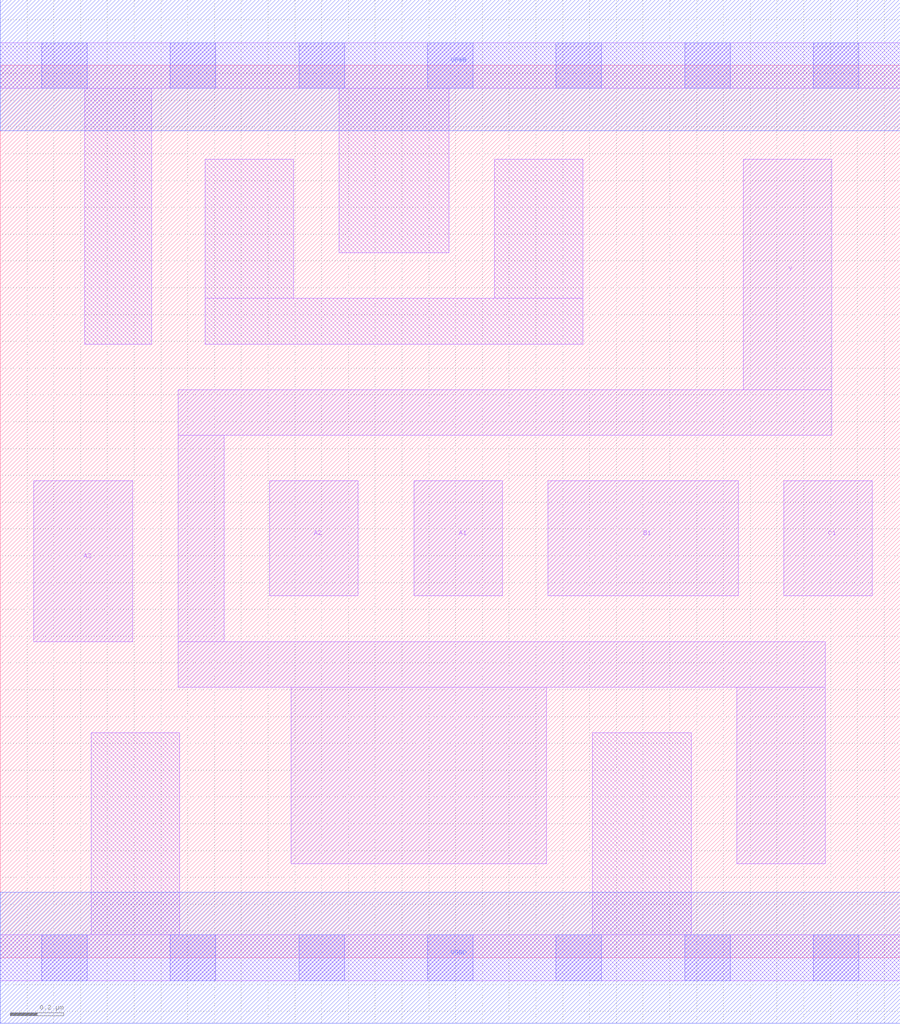
<source format=lef>
# Copyright 2020 The SkyWater PDK Authors
#
# Licensed under the Apache License, Version 2.0 (the "License");
# you may not use this file except in compliance with the License.
# You may obtain a copy of the License at
#
#     https://www.apache.org/licenses/LICENSE-2.0
#
# Unless required by applicable law or agreed to in writing, software
# distributed under the License is distributed on an "AS IS" BASIS,
# WITHOUT WARRANTIES OR CONDITIONS OF ANY KIND, either express or implied.
# See the License for the specific language governing permissions and
# limitations under the License.
#
# SPDX-License-Identifier: Apache-2.0

VERSION 5.7 ;
  NAMESCASESENSITIVE ON ;
  NOWIREEXTENSIONATPIN ON ;
  DIVIDERCHAR "/" ;
  BUSBITCHARS "[]" ;
UNITS
  DATABASE MICRONS 200 ;
END UNITS
MACRO sky130_fd_sc_ms__a311oi_1
  CLASS CORE ;
  FOREIGN sky130_fd_sc_ms__a311oi_1 ;
  ORIGIN  0.000000  0.000000 ;
  SIZE  3.360000 BY  3.330000 ;
  SYMMETRY X Y ;
  SITE unit ;
  PIN A1
    ANTENNAGATEAREA  0.312600 ;
    DIRECTION INPUT ;
    USE SIGNAL ;
    PORT
      LAYER li1 ;
        RECT 1.545000 1.350000 1.875000 1.780000 ;
    END
  END A1
  PIN A2
    ANTENNAGATEAREA  0.312600 ;
    DIRECTION INPUT ;
    USE SIGNAL ;
    PORT
      LAYER li1 ;
        RECT 1.005000 1.350000 1.335000 1.780000 ;
    END
  END A2
  PIN A3
    ANTENNAGATEAREA  0.312600 ;
    DIRECTION INPUT ;
    USE SIGNAL ;
    PORT
      LAYER li1 ;
        RECT 0.125000 1.180000 0.495000 1.780000 ;
    END
  END A3
  PIN B1
    ANTENNAGATEAREA  0.312600 ;
    DIRECTION INPUT ;
    USE SIGNAL ;
    PORT
      LAYER li1 ;
        RECT 2.045000 1.350000 2.755000 1.780000 ;
    END
  END B1
  PIN C1
    ANTENNAGATEAREA  0.312600 ;
    DIRECTION INPUT ;
    USE SIGNAL ;
    PORT
      LAYER li1 ;
        RECT 2.925000 1.350000 3.255000 1.780000 ;
    END
  END C1
  PIN Y
    ANTENNADIFFAREA  0.775900 ;
    DIRECTION OUTPUT ;
    USE SIGNAL ;
    PORT
      LAYER li1 ;
        RECT 0.665000 1.010000 3.080000 1.180000 ;
        RECT 0.665000 1.180000 0.835000 1.950000 ;
        RECT 0.665000 1.950000 3.105000 2.120000 ;
        RECT 1.085000 0.350000 2.040000 1.010000 ;
        RECT 2.750000 0.350000 3.080000 1.010000 ;
        RECT 2.775000 2.120000 3.105000 2.980000 ;
    END
  END Y
  PIN VGND
    DIRECTION INOUT ;
    USE GROUND ;
    PORT
      LAYER met1 ;
        RECT 0.000000 -0.245000 3.360000 0.245000 ;
    END
  END VGND
  PIN VPWR
    DIRECTION INOUT ;
    USE POWER ;
    PORT
      LAYER met1 ;
        RECT 0.000000 3.085000 3.360000 3.575000 ;
    END
  END VPWR
  OBS
    LAYER li1 ;
      RECT 0.000000 -0.085000 3.360000 0.085000 ;
      RECT 0.000000  3.245000 3.360000 3.415000 ;
      RECT 0.315000  2.290000 0.565000 3.245000 ;
      RECT 0.340000  0.085000 0.670000 0.840000 ;
      RECT 0.765000  2.290000 2.175000 2.460000 ;
      RECT 0.765000  2.460000 1.095000 2.980000 ;
      RECT 1.265000  2.630000 1.675000 3.245000 ;
      RECT 1.845000  2.460000 2.175000 2.980000 ;
      RECT 2.210000  0.085000 2.580000 0.840000 ;
    LAYER mcon ;
      RECT 0.155000 -0.085000 0.325000 0.085000 ;
      RECT 0.155000  3.245000 0.325000 3.415000 ;
      RECT 0.635000 -0.085000 0.805000 0.085000 ;
      RECT 0.635000  3.245000 0.805000 3.415000 ;
      RECT 1.115000 -0.085000 1.285000 0.085000 ;
      RECT 1.115000  3.245000 1.285000 3.415000 ;
      RECT 1.595000 -0.085000 1.765000 0.085000 ;
      RECT 1.595000  3.245000 1.765000 3.415000 ;
      RECT 2.075000 -0.085000 2.245000 0.085000 ;
      RECT 2.075000  3.245000 2.245000 3.415000 ;
      RECT 2.555000 -0.085000 2.725000 0.085000 ;
      RECT 2.555000  3.245000 2.725000 3.415000 ;
      RECT 3.035000 -0.085000 3.205000 0.085000 ;
      RECT 3.035000  3.245000 3.205000 3.415000 ;
  END
END sky130_fd_sc_ms__a311oi_1
END LIBRARY

</source>
